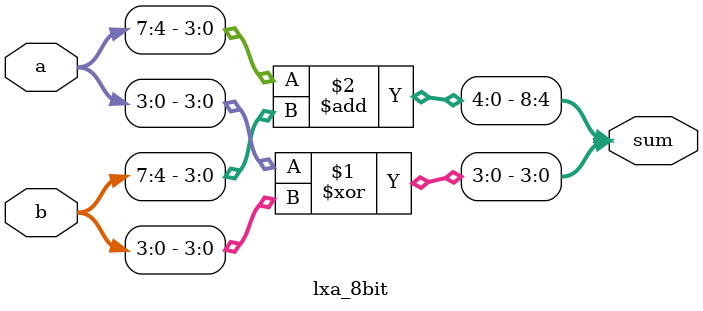
<source format=v>
module lxa_8bit (
    input  [7:0] a, b,
    output [8:0] sum
);

    assign sum[3:0] = a[3:0] ^ b[3:0];
    assign {sum[8:4]} = a[7:4] + b[7:4];

endmodule

</source>
